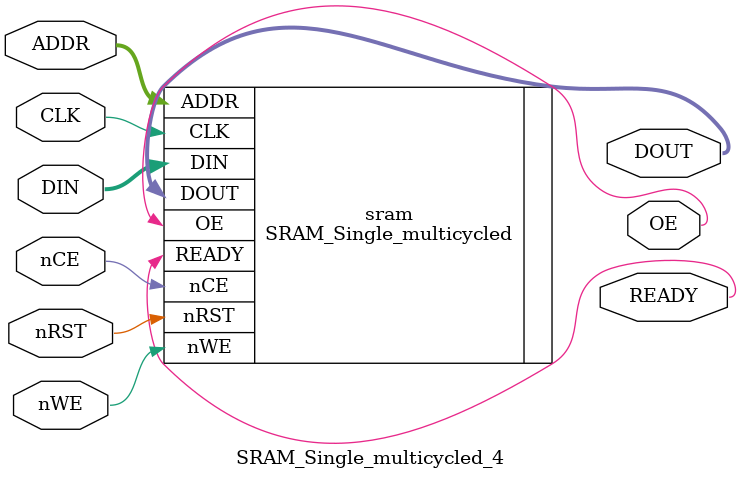
<source format=v>
`include "testdrive_system.vh"

module SRAM_Single_multicycled_4 (
	input					CLK,	// clock
	input					nRST,	// reset (active low)
	input					nCE,	// chip enable (active low)
	input					nWE,	// write enable (active low)
	output					READY,	// input ready
	input	[7:0]			ADDR,	// address
	input	[63:0]			DIN,	// data input
	output					OE,		// output enable
	output	[63:0]			DOUT	// data output
);

// definition & assignment ---------------------------------------------------

// implementation ------------------------------------------------------------
SRAM_Single_multicycled #(
	.CYCLE			(4)
) sram (
	.CLK			(CLK),
	.nRST			(nRST),
	.nCE			(nCE),
	.nWE			(nWE),
	.READY			(READY),
	.ADDR			(ADDR),
	.DIN			(DIN),
	.OE				(OE),
	.DOUT			(DOUT)
);

endmodule

</source>
